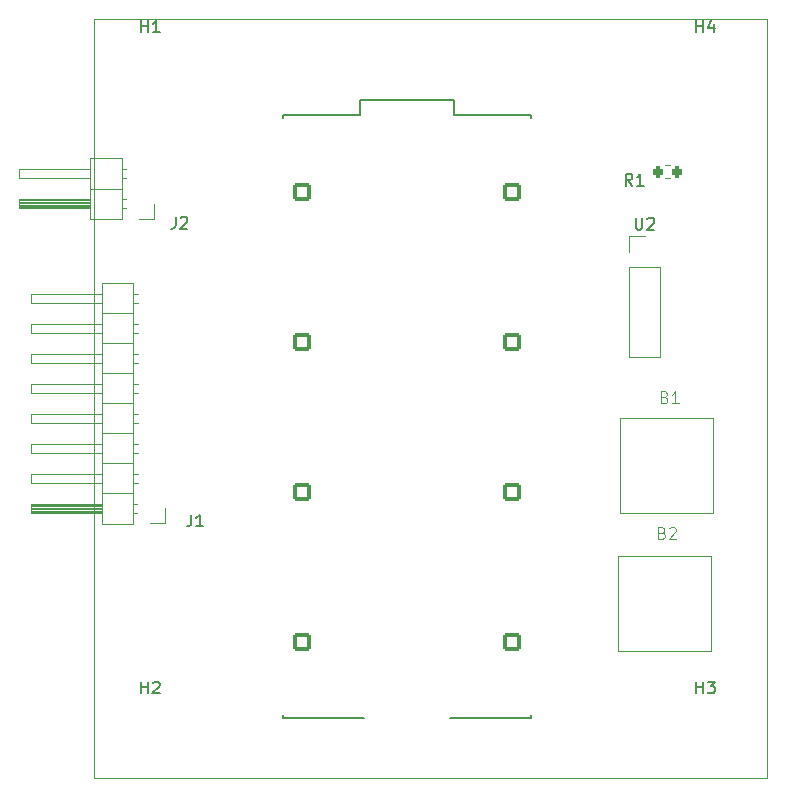
<source format=gbr>
%TF.GenerationSoftware,KiCad,Pcbnew,7.0.10*%
%TF.CreationDate,2024-03-20T10:30:33+05:30*%
%TF.ProjectId,TopSide_PCB,546f7053-6964-4655-9f50-43422e6b6963,rev?*%
%TF.SameCoordinates,Original*%
%TF.FileFunction,Legend,Top*%
%TF.FilePolarity,Positive*%
%FSLAX46Y46*%
G04 Gerber Fmt 4.6, Leading zero omitted, Abs format (unit mm)*
G04 Created by KiCad (PCBNEW 7.0.10) date 2024-03-20 10:30:33*
%MOMM*%
%LPD*%
G01*
G04 APERTURE LIST*
G04 Aperture macros list*
%AMRoundRect*
0 Rectangle with rounded corners*
0 $1 Rounding radius*
0 $2 $3 $4 $5 $6 $7 $8 $9 X,Y pos of 4 corners*
0 Add a 4 corners polygon primitive as box body*
4,1,4,$2,$3,$4,$5,$6,$7,$8,$9,$2,$3,0*
0 Add four circle primitives for the rounded corners*
1,1,$1+$1,$2,$3*
1,1,$1+$1,$4,$5*
1,1,$1+$1,$6,$7*
1,1,$1+$1,$8,$9*
0 Add four rect primitives between the rounded corners*
20,1,$1+$1,$2,$3,$4,$5,0*
20,1,$1+$1,$4,$5,$6,$7,0*
20,1,$1+$1,$6,$7,$8,$9,0*
20,1,$1+$1,$8,$9,$2,$3,0*%
G04 Aperture macros list end*
%ADD10C,0.150000*%
%ADD11C,0.100000*%
%ADD12C,0.120000*%
%ADD13C,0.127000*%
%ADD14C,3.000000*%
%ADD15RoundRect,0.200000X-0.200000X-0.275000X0.200000X-0.275000X0.200000X0.275000X-0.200000X0.275000X0*%
%ADD16C,1.600000*%
%ADD17RoundRect,0.200000X-0.600000X-0.600000X0.600000X-0.600000X0.600000X0.600000X-0.600000X0.600000X0*%
%ADD18R,1.700000X1.700000*%
%ADD19O,1.700000X1.700000*%
%TA.AperFunction,Profile*%
%ADD20C,0.100000*%
%TD*%
G04 APERTURE END LIST*
D10*
X153238095Y-22454819D02*
X153238095Y-21454819D01*
X153238095Y-21931009D02*
X153809523Y-21931009D01*
X153809523Y-22454819D02*
X153809523Y-21454819D01*
X154714285Y-21788152D02*
X154714285Y-22454819D01*
X154476190Y-21407200D02*
X154238095Y-22121485D01*
X154238095Y-22121485D02*
X154857142Y-22121485D01*
X153238095Y-78454819D02*
X153238095Y-77454819D01*
X153238095Y-77931009D02*
X153809523Y-77931009D01*
X153809523Y-78454819D02*
X153809523Y-77454819D01*
X154190476Y-77454819D02*
X154809523Y-77454819D01*
X154809523Y-77454819D02*
X154476190Y-77835771D01*
X154476190Y-77835771D02*
X154619047Y-77835771D01*
X154619047Y-77835771D02*
X154714285Y-77883390D01*
X154714285Y-77883390D02*
X154761904Y-77931009D01*
X154761904Y-77931009D02*
X154809523Y-78026247D01*
X154809523Y-78026247D02*
X154809523Y-78264342D01*
X154809523Y-78264342D02*
X154761904Y-78359580D01*
X154761904Y-78359580D02*
X154714285Y-78407200D01*
X154714285Y-78407200D02*
X154619047Y-78454819D01*
X154619047Y-78454819D02*
X154333333Y-78454819D01*
X154333333Y-78454819D02*
X154238095Y-78407200D01*
X154238095Y-78407200D02*
X154190476Y-78359580D01*
X106238095Y-78454819D02*
X106238095Y-77454819D01*
X106238095Y-77931009D02*
X106809523Y-77931009D01*
X106809523Y-78454819D02*
X106809523Y-77454819D01*
X107238095Y-77550057D02*
X107285714Y-77502438D01*
X107285714Y-77502438D02*
X107380952Y-77454819D01*
X107380952Y-77454819D02*
X107619047Y-77454819D01*
X107619047Y-77454819D02*
X107714285Y-77502438D01*
X107714285Y-77502438D02*
X107761904Y-77550057D01*
X107761904Y-77550057D02*
X107809523Y-77645295D01*
X107809523Y-77645295D02*
X107809523Y-77740533D01*
X107809523Y-77740533D02*
X107761904Y-77883390D01*
X107761904Y-77883390D02*
X107190476Y-78454819D01*
X107190476Y-78454819D02*
X107809523Y-78454819D01*
X106238095Y-22454819D02*
X106238095Y-21454819D01*
X106238095Y-21931009D02*
X106809523Y-21931009D01*
X106809523Y-22454819D02*
X106809523Y-21454819D01*
X107809523Y-22454819D02*
X107238095Y-22454819D01*
X107523809Y-22454819D02*
X107523809Y-21454819D01*
X107523809Y-21454819D02*
X107428571Y-21597676D01*
X107428571Y-21597676D02*
X107333333Y-21692914D01*
X107333333Y-21692914D02*
X107238095Y-21740533D01*
X147833333Y-35454819D02*
X147500000Y-34978628D01*
X147261905Y-35454819D02*
X147261905Y-34454819D01*
X147261905Y-34454819D02*
X147642857Y-34454819D01*
X147642857Y-34454819D02*
X147738095Y-34502438D01*
X147738095Y-34502438D02*
X147785714Y-34550057D01*
X147785714Y-34550057D02*
X147833333Y-34645295D01*
X147833333Y-34645295D02*
X147833333Y-34788152D01*
X147833333Y-34788152D02*
X147785714Y-34883390D01*
X147785714Y-34883390D02*
X147738095Y-34931009D01*
X147738095Y-34931009D02*
X147642857Y-34978628D01*
X147642857Y-34978628D02*
X147261905Y-34978628D01*
X148785714Y-35454819D02*
X148214286Y-35454819D01*
X148500000Y-35454819D02*
X148500000Y-34454819D01*
X148500000Y-34454819D02*
X148404762Y-34597676D01*
X148404762Y-34597676D02*
X148309524Y-34692914D01*
X148309524Y-34692914D02*
X148214286Y-34740533D01*
X148095695Y-38178819D02*
X148095695Y-38988342D01*
X148095695Y-38988342D02*
X148143314Y-39083580D01*
X148143314Y-39083580D02*
X148190933Y-39131200D01*
X148190933Y-39131200D02*
X148286171Y-39178819D01*
X148286171Y-39178819D02*
X148476647Y-39178819D01*
X148476647Y-39178819D02*
X148571885Y-39131200D01*
X148571885Y-39131200D02*
X148619504Y-39083580D01*
X148619504Y-39083580D02*
X148667123Y-38988342D01*
X148667123Y-38988342D02*
X148667123Y-38178819D01*
X149095695Y-38274057D02*
X149143314Y-38226438D01*
X149143314Y-38226438D02*
X149238552Y-38178819D01*
X149238552Y-38178819D02*
X149476647Y-38178819D01*
X149476647Y-38178819D02*
X149571885Y-38226438D01*
X149571885Y-38226438D02*
X149619504Y-38274057D01*
X149619504Y-38274057D02*
X149667123Y-38369295D01*
X149667123Y-38369295D02*
X149667123Y-38464533D01*
X149667123Y-38464533D02*
X149619504Y-38607390D01*
X149619504Y-38607390D02*
X149048076Y-39178819D01*
X149048076Y-39178819D02*
X149667123Y-39178819D01*
D11*
X150329858Y-64860555D02*
X150472715Y-64908174D01*
X150472715Y-64908174D02*
X150520334Y-64955793D01*
X150520334Y-64955793D02*
X150567953Y-65051031D01*
X150567953Y-65051031D02*
X150567953Y-65193888D01*
X150567953Y-65193888D02*
X150520334Y-65289126D01*
X150520334Y-65289126D02*
X150472715Y-65336746D01*
X150472715Y-65336746D02*
X150377477Y-65384365D01*
X150377477Y-65384365D02*
X149996525Y-65384365D01*
X149996525Y-65384365D02*
X149996525Y-64384365D01*
X149996525Y-64384365D02*
X150329858Y-64384365D01*
X150329858Y-64384365D02*
X150425096Y-64431984D01*
X150425096Y-64431984D02*
X150472715Y-64479603D01*
X150472715Y-64479603D02*
X150520334Y-64574841D01*
X150520334Y-64574841D02*
X150520334Y-64670079D01*
X150520334Y-64670079D02*
X150472715Y-64765317D01*
X150472715Y-64765317D02*
X150425096Y-64812936D01*
X150425096Y-64812936D02*
X150329858Y-64860555D01*
X150329858Y-64860555D02*
X149996525Y-64860555D01*
X150948906Y-64479603D02*
X150996525Y-64431984D01*
X150996525Y-64431984D02*
X151091763Y-64384365D01*
X151091763Y-64384365D02*
X151329858Y-64384365D01*
X151329858Y-64384365D02*
X151425096Y-64431984D01*
X151425096Y-64431984D02*
X151472715Y-64479603D01*
X151472715Y-64479603D02*
X151520334Y-64574841D01*
X151520334Y-64574841D02*
X151520334Y-64670079D01*
X151520334Y-64670079D02*
X151472715Y-64812936D01*
X151472715Y-64812936D02*
X150901287Y-65384365D01*
X150901287Y-65384365D02*
X151520334Y-65384365D01*
D10*
X109148066Y-38111219D02*
X109148066Y-38825504D01*
X109148066Y-38825504D02*
X109100447Y-38968361D01*
X109100447Y-38968361D02*
X109005209Y-39063600D01*
X109005209Y-39063600D02*
X108862352Y-39111219D01*
X108862352Y-39111219D02*
X108767114Y-39111219D01*
X109576638Y-38206457D02*
X109624257Y-38158838D01*
X109624257Y-38158838D02*
X109719495Y-38111219D01*
X109719495Y-38111219D02*
X109957590Y-38111219D01*
X109957590Y-38111219D02*
X110052828Y-38158838D01*
X110052828Y-38158838D02*
X110100447Y-38206457D01*
X110100447Y-38206457D02*
X110148066Y-38301695D01*
X110148066Y-38301695D02*
X110148066Y-38396933D01*
X110148066Y-38396933D02*
X110100447Y-38539790D01*
X110100447Y-38539790D02*
X109529019Y-39111219D01*
X109529019Y-39111219D02*
X110148066Y-39111219D01*
X110470466Y-63316619D02*
X110470466Y-64030904D01*
X110470466Y-64030904D02*
X110422847Y-64173761D01*
X110422847Y-64173761D02*
X110327609Y-64269000D01*
X110327609Y-64269000D02*
X110184752Y-64316619D01*
X110184752Y-64316619D02*
X110089514Y-64316619D01*
X111470466Y-64316619D02*
X110899038Y-64316619D01*
X111184752Y-64316619D02*
X111184752Y-63316619D01*
X111184752Y-63316619D02*
X111089514Y-63459476D01*
X111089514Y-63459476D02*
X110994276Y-63554714D01*
X110994276Y-63554714D02*
X110899038Y-63602333D01*
D11*
X150552948Y-53352082D02*
X150695805Y-53399701D01*
X150695805Y-53399701D02*
X150743424Y-53447320D01*
X150743424Y-53447320D02*
X150791043Y-53542558D01*
X150791043Y-53542558D02*
X150791043Y-53685415D01*
X150791043Y-53685415D02*
X150743424Y-53780653D01*
X150743424Y-53780653D02*
X150695805Y-53828273D01*
X150695805Y-53828273D02*
X150600567Y-53875892D01*
X150600567Y-53875892D02*
X150219615Y-53875892D01*
X150219615Y-53875892D02*
X150219615Y-52875892D01*
X150219615Y-52875892D02*
X150552948Y-52875892D01*
X150552948Y-52875892D02*
X150648186Y-52923511D01*
X150648186Y-52923511D02*
X150695805Y-52971130D01*
X150695805Y-52971130D02*
X150743424Y-53066368D01*
X150743424Y-53066368D02*
X150743424Y-53161606D01*
X150743424Y-53161606D02*
X150695805Y-53256844D01*
X150695805Y-53256844D02*
X150648186Y-53304463D01*
X150648186Y-53304463D02*
X150552948Y-53352082D01*
X150552948Y-53352082D02*
X150219615Y-53352082D01*
X151743424Y-53875892D02*
X151171996Y-53875892D01*
X151457710Y-53875892D02*
X151457710Y-52875892D01*
X151457710Y-52875892D02*
X151362472Y-53018749D01*
X151362472Y-53018749D02*
X151267234Y-53113987D01*
X151267234Y-53113987D02*
X151171996Y-53161606D01*
D12*
%TO.C,R1*%
X150558986Y-33756542D02*
X151033502Y-33756542D01*
X150558986Y-34801542D02*
X151033502Y-34801542D01*
D13*
%TO.C,U1*%
X118227200Y-29516400D02*
X124727200Y-29516400D01*
X118227200Y-29766400D02*
X118227200Y-29516400D01*
X118227200Y-80516400D02*
X118227200Y-80266400D01*
X124727200Y-28216400D02*
X132727200Y-28216400D01*
X124727200Y-29516400D02*
X124727200Y-28216400D01*
X125067200Y-80516400D02*
X118227200Y-80516400D01*
X132727200Y-28216400D02*
X132727200Y-29516400D01*
X132727200Y-29516400D02*
X139227200Y-29516400D01*
X139227200Y-29516400D02*
X139227200Y-29766400D01*
X139227200Y-80516400D02*
X132387200Y-80516400D01*
X139227200Y-80516400D02*
X139227200Y-80266400D01*
D12*
%TO.C,U2*%
X147527600Y-39724000D02*
X148857600Y-39724000D01*
X147527600Y-41054000D02*
X147527600Y-39724000D01*
X147527600Y-42324000D02*
X147527600Y-50004000D01*
X147527600Y-42324000D02*
X150187600Y-42324000D01*
X147527600Y-50004000D02*
X150187600Y-50004000D01*
X150187600Y-42324000D02*
X150187600Y-50004000D01*
D11*
%TO.C,B2*%
X146571310Y-66819236D02*
X154469491Y-66819236D01*
X154469491Y-66819236D02*
X154469491Y-74848327D01*
X154469491Y-74848327D02*
X146571310Y-74848327D01*
X146571310Y-74848327D02*
X146571310Y-66819236D01*
D12*
%TO.C,J2*%
X107303200Y-38250000D02*
X106033200Y-38250000D01*
X107303200Y-36980000D02*
X107303200Y-38250000D01*
X104990271Y-34820000D02*
X104593200Y-34820000D01*
X104990271Y-34060000D02*
X104593200Y-34060000D01*
X104923200Y-37360000D02*
X104593200Y-37360000D01*
X104923200Y-36600000D02*
X104593200Y-36600000D01*
X104593200Y-38310000D02*
X104593200Y-33110000D01*
X104593200Y-35710000D02*
X101933200Y-35710000D01*
X104593200Y-33110000D02*
X101933200Y-33110000D01*
X101933200Y-38310000D02*
X104593200Y-38310000D01*
X101933200Y-37360000D02*
X95933200Y-37360000D01*
X101933200Y-37300000D02*
X95933200Y-37300000D01*
X101933200Y-37180000D02*
X95933200Y-37180000D01*
X101933200Y-37060000D02*
X95933200Y-37060000D01*
X101933200Y-36940000D02*
X95933200Y-36940000D01*
X101933200Y-36820000D02*
X95933200Y-36820000D01*
X101933200Y-36700000D02*
X95933200Y-36700000D01*
X101933200Y-34820000D02*
X95933200Y-34820000D01*
X101933200Y-33110000D02*
X101933200Y-38310000D01*
X95933200Y-37360000D02*
X95933200Y-36600000D01*
X95933200Y-36600000D02*
X101933200Y-36600000D01*
X95933200Y-34820000D02*
X95933200Y-34060000D01*
X95933200Y-34060000D02*
X101933200Y-34060000D01*
%TO.C,J1*%
X108270000Y-64050000D02*
X107000000Y-64050000D01*
X108270000Y-62780000D02*
X108270000Y-64050000D01*
X105957071Y-60620000D02*
X105560000Y-60620000D01*
X105957071Y-59860000D02*
X105560000Y-59860000D01*
X105957071Y-58080000D02*
X105560000Y-58080000D01*
X105957071Y-57320000D02*
X105560000Y-57320000D01*
X105957071Y-55540000D02*
X105560000Y-55540000D01*
X105957071Y-54780000D02*
X105560000Y-54780000D01*
X105957071Y-53000000D02*
X105560000Y-53000000D01*
X105957071Y-52240000D02*
X105560000Y-52240000D01*
X105957071Y-50460000D02*
X105560000Y-50460000D01*
X105957071Y-49700000D02*
X105560000Y-49700000D01*
X105957071Y-47920000D02*
X105560000Y-47920000D01*
X105957071Y-47160000D02*
X105560000Y-47160000D01*
X105957071Y-45380000D02*
X105560000Y-45380000D01*
X105957071Y-44620000D02*
X105560000Y-44620000D01*
X105890000Y-63160000D02*
X105560000Y-63160000D01*
X105890000Y-62400000D02*
X105560000Y-62400000D01*
X105560000Y-64110000D02*
X105560000Y-43670000D01*
X105560000Y-61510000D02*
X102900000Y-61510000D01*
X105560000Y-58970000D02*
X102900000Y-58970000D01*
X105560000Y-56430000D02*
X102900000Y-56430000D01*
X105560000Y-53890000D02*
X102900000Y-53890000D01*
X105560000Y-51350000D02*
X102900000Y-51350000D01*
X105560000Y-48810000D02*
X102900000Y-48810000D01*
X105560000Y-46270000D02*
X102900000Y-46270000D01*
X105560000Y-43670000D02*
X102900000Y-43670000D01*
X102900000Y-64110000D02*
X105560000Y-64110000D01*
X102900000Y-63160000D02*
X96900000Y-63160000D01*
X102900000Y-63100000D02*
X96900000Y-63100000D01*
X102900000Y-62980000D02*
X96900000Y-62980000D01*
X102900000Y-62860000D02*
X96900000Y-62860000D01*
X102900000Y-62740000D02*
X96900000Y-62740000D01*
X102900000Y-62620000D02*
X96900000Y-62620000D01*
X102900000Y-62500000D02*
X96900000Y-62500000D01*
X102900000Y-60620000D02*
X96900000Y-60620000D01*
X102900000Y-58080000D02*
X96900000Y-58080000D01*
X102900000Y-55540000D02*
X96900000Y-55540000D01*
X102900000Y-53000000D02*
X96900000Y-53000000D01*
X102900000Y-50460000D02*
X96900000Y-50460000D01*
X102900000Y-47920000D02*
X96900000Y-47920000D01*
X102900000Y-45380000D02*
X96900000Y-45380000D01*
X102900000Y-43670000D02*
X102900000Y-64110000D01*
X96900000Y-63160000D02*
X96900000Y-62400000D01*
X96900000Y-62400000D02*
X102900000Y-62400000D01*
X96900000Y-60620000D02*
X96900000Y-59860000D01*
X96900000Y-59860000D02*
X102900000Y-59860000D01*
X96900000Y-58080000D02*
X96900000Y-57320000D01*
X96900000Y-57320000D02*
X102900000Y-57320000D01*
X96900000Y-55540000D02*
X96900000Y-54780000D01*
X96900000Y-54780000D02*
X102900000Y-54780000D01*
X96900000Y-53000000D02*
X96900000Y-52240000D01*
X96900000Y-52240000D02*
X102900000Y-52240000D01*
X96900000Y-50460000D02*
X96900000Y-49700000D01*
X96900000Y-49700000D02*
X102900000Y-49700000D01*
X96900000Y-47920000D02*
X96900000Y-47160000D01*
X96900000Y-47160000D02*
X102900000Y-47160000D01*
X96900000Y-45380000D02*
X96900000Y-44620000D01*
X96900000Y-44620000D02*
X102900000Y-44620000D01*
D11*
%TO.C,B1*%
X146774510Y-55135236D02*
X154672691Y-55135236D01*
X154672691Y-55135236D02*
X154672691Y-63164327D01*
X154672691Y-63164327D02*
X146774510Y-63164327D01*
X146774510Y-63164327D02*
X146774510Y-55135236D01*
%TD*%
%LPC*%
D14*
%TO.C,H4*%
X154000000Y-26000000D03*
%TD*%
%TO.C,H3*%
X154000000Y-82000000D03*
%TD*%
%TO.C,H2*%
X107000000Y-82000000D03*
%TD*%
%TO.C,H1*%
X107000000Y-26000000D03*
%TD*%
D15*
%TO.C,R1*%
X149971244Y-34279042D03*
X151621244Y-34279042D03*
%TD*%
D16*
%TO.C,U1*%
X119837200Y-30886400D03*
X119837200Y-33426400D03*
D17*
X119837200Y-35966400D03*
D16*
X119837200Y-38506400D03*
X119837200Y-41046400D03*
X119837200Y-43586400D03*
X119837200Y-46126400D03*
D17*
X119837200Y-48666400D03*
D16*
X119837200Y-51206400D03*
X119837200Y-53746400D03*
X119837200Y-56286400D03*
X119837200Y-58826400D03*
D17*
X119837200Y-61366400D03*
D16*
X119837200Y-63906400D03*
X119837200Y-66446400D03*
X119879081Y-68986400D03*
X119837200Y-71526400D03*
D17*
X119837200Y-74066400D03*
D16*
X119837200Y-76606400D03*
X119837200Y-79146400D03*
X137617200Y-79146400D03*
X137617200Y-76606400D03*
D17*
X137617200Y-74066400D03*
D16*
X137617200Y-71526400D03*
X137617200Y-68986400D03*
X137617200Y-66446400D03*
X137617200Y-63906400D03*
D17*
X137617200Y-61366400D03*
D16*
X137617200Y-58826400D03*
X137617200Y-56286400D03*
X137617200Y-53746400D03*
X137617200Y-51206400D03*
D17*
X137617200Y-48666400D03*
D16*
X137617200Y-46126400D03*
X137617200Y-43586400D03*
X137617200Y-41046400D03*
X137617200Y-38506400D03*
D17*
X137617200Y-35966400D03*
D16*
X137617200Y-33426400D03*
X137617200Y-30886400D03*
%TD*%
D18*
%TO.C,U2*%
X148857600Y-41054000D03*
D19*
X148857600Y-43594000D03*
X148857600Y-46134000D03*
X148857600Y-48674000D03*
%TD*%
D16*
%TO.C,B2*%
X148011310Y-68302873D03*
X148011310Y-73382873D03*
X153091310Y-73382873D03*
X153091310Y-68302873D03*
%TD*%
D18*
%TO.C,J2*%
X106033200Y-36980000D03*
D19*
X106033200Y-34440000D03*
%TD*%
D18*
%TO.C,J1*%
X107000000Y-62780000D03*
D19*
X107000000Y-60240000D03*
X107000000Y-57700000D03*
X107000000Y-55160000D03*
X107000000Y-52620000D03*
X107000000Y-50080000D03*
X107000000Y-47540000D03*
X107000000Y-45000000D03*
%TD*%
D16*
%TO.C,B1*%
X148214510Y-56618873D03*
X148214510Y-61698873D03*
X153294510Y-61698873D03*
X153294510Y-56618873D03*
%TD*%
%LPD*%
D20*
X102260400Y-21386800D02*
X159207200Y-21386800D01*
X159207200Y-85648800D01*
X102260400Y-85648800D01*
X102260400Y-21386800D01*
M02*

</source>
